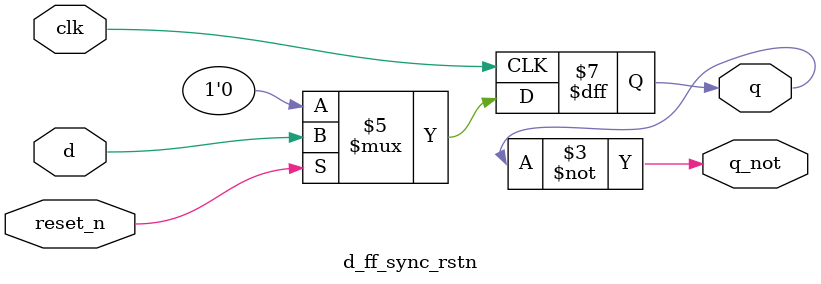
<source format=v>
module d_ff_sync_rstn(
    input d,
    input clk,
    input reset_n,
    output reg q,
    output q_not
);

    always @(posedge clk) begin
        if(!reset_n)
            q <= 1'b0;
        else
            q <= d;
    end

    assign q_not = ~q;

    endmodule
</source>
